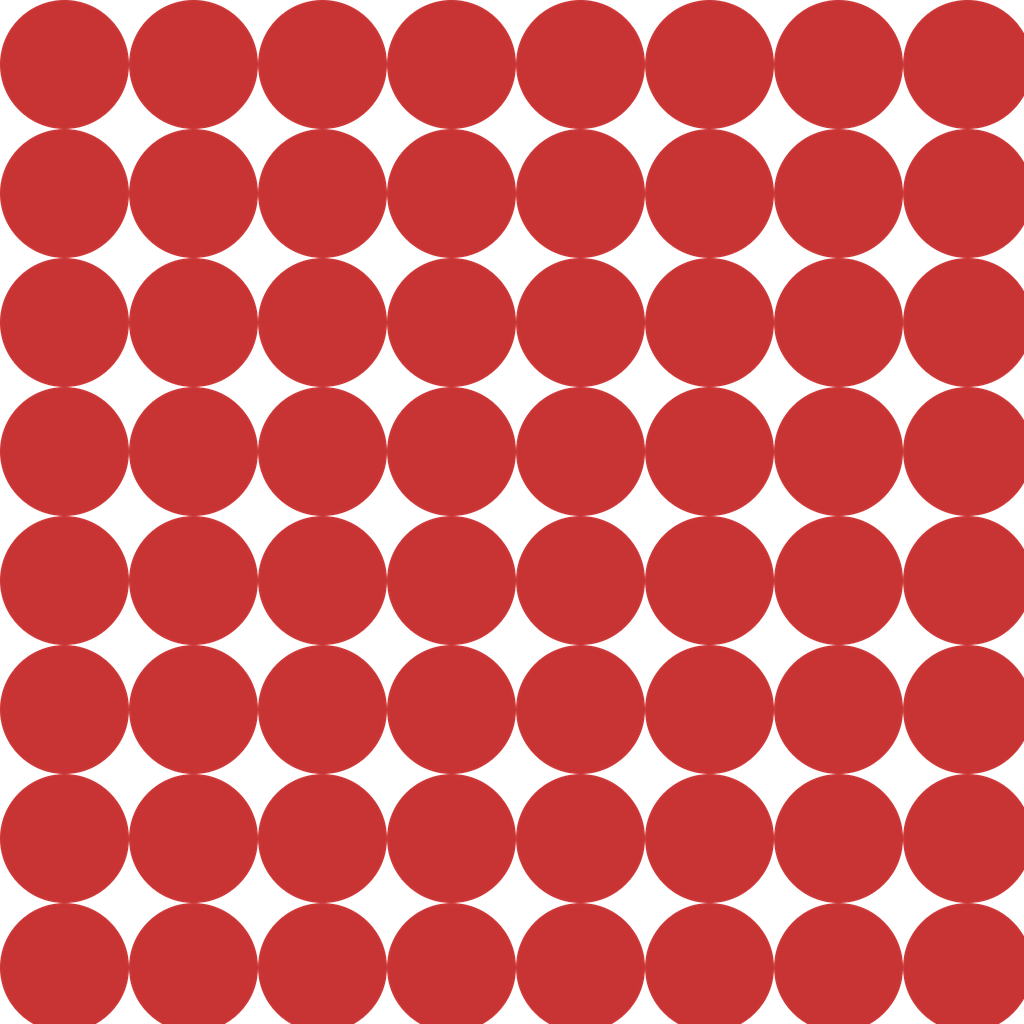
<source format=kicad_pcb>
(kicad_pcb (version 20211014) (generator pcbnew)

  (general
    (thickness 1.6)
  )

  (paper "A4")
  (layers
    (0 "F.Cu" signal)
    (31 "B.Cu" signal)
    (32 "B.Adhes" user "B.Adhesive")
    (33 "F.Adhes" user "F.Adhesive")
    (34 "B.Paste" user)
    (35 "F.Paste" user)
    (36 "B.SilkS" user "B.Silkscreen")
    (37 "F.SilkS" user "F.Silkscreen")
    (38 "B.Mask" user)
    (39 "F.Mask" user)
    (40 "Dwgs.User" user "User.Drawings")
    (41 "Cmts.User" user "User.Comments")
    (42 "Eco1.User" user "User.Eco1")
    (43 "Eco2.User" user "User.Eco2")
    (44 "Edge.Cuts" user)
    (45 "Margin" user)
    (46 "B.CrtYd" user "B.Courtyard")
    (47 "F.CrtYd" user "F.Courtyard")
    (48 "B.Fab" user)
    (49 "F.Fab" user)
    (50 "User.1" user)
    (51 "User.2" user)
    (52 "User.3" user)
    (53 "User.4" user)
    (54 "User.5" user)
    (55 "User.6" user)
    (56 "User.7" user)
    (57 "User.8" user)
    (58 "User.9" user)
  )

  (setup
    (pad_to_mask_clearance 0)
    (pcbplotparams
      (layerselection 0x00010fc_ffffffff)
      (disableapertmacros false)
      (usegerberextensions true)
      (usegerberattributes true)
      (usegerberadvancedattributes true)
      (creategerberjobfile true)
      (svguseinch false)
      (svgprecision 6)
      (excludeedgelayer true)
      (plotframeref false)
      (viasonmask false)
      (mode 1)
      (useauxorigin false)
      (hpglpennumber 1)
      (hpglpenspeed 20)
      (hpglpendiameter 15.000000)
      (dxfpolygonmode true)
      (dxfimperialunits true)
      (dxfusepcbnewfont true)
      (psnegative false)
      (psa4output false)
      (plotreference true)
      (plotvalue true)
      (plotinvisibletext false)
      (sketchpadsonfab false)
      (subtractmaskfromsilk false)
      (outputformat 1)
      (mirror false)
      (drillshape 0)
      (scaleselection 1)
      (outputdirectory "")
    )
  )

  (net 0 "")

  (gr_circle (center 51.6 47.7) (end 51.7 47.7) (layer "F.Cu") (width 0.2) (fill none) (tstamp 04b75106-8d7d-48e6-ae2b-ca4f98924cb4))
  (gr_circle (center 50.8 48.5) (end 50.9 48.5) (layer "F.Cu") (width 0.2) (fill none) (tstamp 070b0340-976b-4974-ba01-f7973267eaea))
  (gr_circle (center 51.6 46.5) (end 51.7 46.5) (layer "F.Cu") (width 0.2) (fill none) (tstamp 08732a30-5b7f-491c-9f7e-c143a39ece72))
  (gr_circle (center 53.6 45.7) (end 53.7 45.7) (layer "F.Cu") (width 0.2) (fill none) (tstamp 09f00905-8f05-42b4-a7fe-d9d187795276))
  (gr_circle (center 53.2 46.1) (end 53.3 46.1) (layer "F.Cu") (width 0.2) (fill none) (tstamp 0a098971-8170-4313-af7d-cc4b35a48563))
  (gr_circle (center 52.8 45.7) (end 52.9 45.7) (layer "F.Cu") (width 0.2) (fill none) (tstamp 0a2dcef2-f4fa-403a-9225-8dae005dca8c))
  (gr_circle (center 52.4 45.7) (end 52.5 45.7) (layer "F.Cu") (width 0.2) (fill none) (tstamp 11677706-5f63-43f7-ad71-df2b977f82fd))
  (gr_circle (center 51.6 47.3) (end 51.7 47.3) (layer "F.Cu") (width 0.2) (fill none) (tstamp 17c2b79c-d7bc-4b6f-ae65-62d9c6c44a17))
  (gr_circle (center 50.8 46.9) (end 50.9 46.9) (layer "F.Cu") (width 0.2) (fill none) (tstamp 1809bff9-7d40-4a06-bcd7-279ae832f60e))
  (gr_circle (center 53.2 47.3) (end 53.3 47.3) (layer "F.Cu") (width 0.2) (fill none) (tstamp 1b9d78c4-3203-44e3-958f-425f2e4ec9ec))
  (gr_circle (center 53.2 46.5) (end 53.3 46.5) (layer "F.Cu") (width 0.2) (fill none) (tstamp 1fa53ba4-9572-4824-9c7a-49a94b999a8e))
  (gr_circle (center 52.4 46.9) (end 52.5 46.9) (layer "F.Cu") (width 0.2) (fill none) (tstamp 27f37be1-f41b-4f91-9608-f709ea51242b))
  (gr_circle (center 52.4 47.3) (end 52.5 47.3) (layer "F.Cu") (width 0.2) (fill none) (tstamp 2a047ba3-1265-48c2-9aba-747f2aba922c))
  (gr_circle (center 52 47.3) (end 52.1 47.3) (layer "F.Cu") (width 0.2) (fill none) (tstamp 2e8a0e7d-b8cb-4d7e-ba29-f94a45314cf7))
  (gr_circle (center 51.6 45.7) (end 51.7 45.7) (layer "F.Cu") (width 0.2) (fill none) (tstamp 30470147-1c1c-474c-b510-0051dbe7652d))
  (gr_circle (center 53.6 48.5) (end 53.7 48.5) (layer "F.Cu") (width 0.2) (fill none) (tstamp 306ab86b-fe51-4cc4-b4d0-913617d0e9a1))
  (gr_circle (center 50.8 47.7) (end 50.9 47.7) (layer "F.Cu") (width 0.2) (fill none) (tstamp 35519fd5-08ff-4fab-91c9-037e2a0c1c90))
  (gr_circle (center 51.2 48.5) (end 51.3 48.5) (layer "F.Cu") (width 0.2) (fill none) (tstamp 37423ebb-da61-4b53-82b9-56249cacb701))
  (gr_circle (center 53.2 48.5) (end 53.3 48.5) (layer "F.Cu") (width 0.2) (fill none) (tstamp 37831b48-f4c4-4a4e-96f6-6caf87351379))
  (gr_circle (center 51.2 46.9) (end 51.3 46.9) (layer "F.Cu") (width 0.2) (fill none) (tstamp 3a6bc91f-e221-4153-93e9-30b371cec447))
  (gr_circle (center 52.8 46.9) (end 52.9 46.9) (layer "F.Cu") (width 0.2) (fill none) (tstamp 3c9fdb2f-ecf9-44d3-83c1-9c763d03af90))
  (gr_circle (center 50.8 46.1) (end 50.9 46.1) (layer "F.Cu") (width 0.2) (fill none) (tstamp 400d7571-a8ac-4b7e-92d6-e056d5d66742))
  (gr_circle (center 52 48.5) (end 52.1 48.5) (layer "F.Cu") (width 0.2) (fill none) (tstamp 457f42c3-5be7-4c16-bf1a-e05a256ab5fe))
  (gr_circle (center 52 45.7) (end 52.1 45.7) (layer "F.Cu") (width 0.2) (fill none) (tstamp 4845d0a5-f5d0-459e-9846-f2e1a3b4cd3d))
  (gr_circle (center 52.8 46.5) (end 52.9 46.5) (layer "F.Cu") (width 0.2) (fill none) (tstamp 511544ba-bbf8-4f33-a977-0fcd63e86ccc))
  (gr_circle (center 52 46.9) (end 52.1 46.9) (layer "F.Cu") (width 0.2) (fill none) (tstamp 53f47836-096c-448f-8c94-f2235e5557d3))
  (gr_circle (center 52.8 48.5) (end 52.9 48.5) (layer "F.Cu") (width 0.2) (fill none) (tstamp 5560282b-6508-4de2-a053-9ca94efbff45))
  (gr_circle (center 53.6 46.9) (end 53.7 46.9) (layer "F.Cu") (width 0.2) (fill none) (tstamp 617527c2-4fe3-4dff-85c0-d07a89eb4c1f))
  (gr_circle (center 51.6 46.9) (end 51.7 46.9) (layer "F.Cu") (width 0.2) (fill none) (tstamp 63a80e7b-5e29-492a-8025-d9ff6addda0f))
  (gr_circle (center 52.4 48.1) (end 52.5 48.1) (layer "F.Cu") (width 0.2) (fill none) (tstamp 672cbe39-a10a-45bc-b930-efeb4d296788))
  (gr_circle (center 50.8 46.5) (end 50.9 46.5) (layer "F.Cu") (width 0.2) (fill none) (tstamp 6ab0df03-3bba-4c66-ae19-73cf336e8ecc))
  (gr_circle (center 52.4 47.7) (end 52.5 47.7) (layer "F.Cu") (width 0.2) (fill none) (tstamp 76d746f4-3f58-4c51-b2a3-c1e775832b8f))
  (gr_circle (center 52.4 46.5) (end 52.5 46.5) (layer "F.Cu") (width 0.2) (fill none) (tstamp 8797612e-14ed-44eb-a090-2a8aad427753))
  (gr_circle (center 53.6 46.5) (end 53.7 46.5) (layer "F.Cu") (width 0.2) (fill none) (tstamp 896232b1-e057-4484-b9cd-53ea18de7753))
  (gr_circle (center 52.4 46.1) (end 52.5 46.1) (layer "F.Cu") (width 0.2) (fill none) (tstamp 8aa3e84c-b0b1-49e2-90db-e20ce910aaf1))
  (gr_circle (center 53.6 47.7) (end 53.7 47.7) (layer "F.Cu") (width 0.2) (fill none) (tstamp 8ba9c3fb-46f6-4875-a664-e313ccfeba0c))
  (gr_circle (center 51.6 48.5) (end 51.7 48.5) (layer "F.Cu") (width 0.2) (fill none) (tstamp 8d170399-f0ef-41c8-b923-0b2c3f069513))
  (gr_circle (center 52 46.5) (end 52.1 46.5) (layer "F.Cu") (width 0.2) (fill none) (tstamp 8e1c7203-9931-4994-8c3c-15dd9e303d95))
  (gr_circle (center 53.2 46.9) (end 53.3 46.9) (layer "F.Cu") (width 0.2) (fill none) (tstamp 9803e1ae-6c0f-483a-b618-d2b73b6bdcd6))
  (gr_circle (center 52 46.1) (end 52.1 46.1) (layer "F.Cu") (width 0.2) (fill none) (tstamp 9b821643-0a09-4ed0-af40-76467a90d5d5))
  (gr_circle (center 52 47.7) (end 52.1 47.7) (layer "F.Cu") (width 0.2) (fill none) (tstamp 9e19b2a4-ed99-43e2-8f47-aa18bac2b22e))
  (gr_circle (center 50.8 47.3) (end 50.9 47.3) (layer "F.Cu") (width 0.2) (fill none) (tstamp a1aad2b7-d537-4ebe-9600-9849a0eda02a))
  (gr_circle (center 52.4 48.5) (end 52.5 48.5) (layer "F.Cu") (width 0.2) (fill none) (tstamp a411903f-4de6-4ee7-aee3-770ddf1a3374))
  (gr_circle (center 50.8 48.1) (end 50.9 48.1) (layer "F.Cu") (width 0.2) (fill none) (tstamp afd0b185-caaf-4f93-99db-f0b618dfdb0d))
  (gr_circle (center 53.2 45.7) (end 53.3 45.7) (layer "F.Cu") (width 0.2) (fill none) (tstamp b097fa98-254e-4992-920b-6c95a164d429))
  (gr_circle (center 52.8 47.3) (end 52.9 47.3) (layer "F.Cu") (width 0.2) (fill none) (tstamp b298629a-6446-4c5e-b89f-d777a2adc734))
  (gr_circle (center 51.2 47.3) (end 51.3 47.3) (layer "F.Cu") (width 0.2) (fill none) (tstamp bb129291-f2e6-46dd-9837-54ea9080eef3))
  (gr_circle (center 52.8 46.1) (end 52.9 46.1) (layer "F.Cu") (width 0.2) (fill none) (tstamp be41e023-52b9-48e7-a71c-a21683b86136))
  (gr_circle (center 53.6 47.3) (end 53.7 47.3) (layer "F.Cu") (width 0.2) (fill none) (tstamp c1dda76a-acc4-4d23-b272-ba16345aa407))
  (gr_circle (center 51.6 46.1) (end 51.7 46.1) (layer "F.Cu") (width 0.2) (fill none) (tstamp c816de12-445c-4fed-ae1c-cdcaa29b5ddb))
  (gr_circle (center 51.2 48.1) (end 51.3 48.1) (layer "F.Cu") (width 0.2) (fill none) (tstamp c9fd13d8-34fc-4eff-b8ce-cde6d5a9c87a))
  (gr_circle (center 53.6 46.1) (end 53.7 46.1) (layer "F.Cu") (width 0.2) (fill none) (tstamp cd7f2d4b-e6d5-40ed-b030-1bb6d0276c1c))
  (gr_circle (center 51.2 46.1) (end 51.3 46.1) (layer "F.Cu") (width 0.2) (fill none) (tstamp d585f400-fdc2-490a-bdcb-33cc0ea85473))
  (gr_circle (center 51.2 47.7) (end 51.3 47.7) (layer "F.Cu") (width 0.2) (fill none) (tstamp da9cac19-080a-44fc-94cf-8e4d6da93cd3))
  (gr_circle (center 51.2 46.5) (end 51.3 46.5) (layer "F.Cu") (width 0.2) (fill none) (tstamp dbac7066-2fdd-4dac-b00e-c1d1e9a2ff24))
  (gr_circle (center 52.8 47.7) (end 52.9 47.7) (layer "F.Cu") (width 0.2) (fill none) (tstamp e1bb8278-8661-48b3-8c4a-2e2543ea53b5))
  (gr_circle (center 51.2 45.7) (end 51.3 45.7) (layer "F.Cu") (width 0.2) (fill none) (tstamp ea392df3-7bcd-432a-9a3e-652caf424282))
  (gr_circle (center 50.8 45.7) (end 50.9 45.7) (layer "F.Cu") (width 0.2) (fill none) (tstamp ebadd2a5-21ab-4a7e-b5bc-6f737367e560))
  (gr_circle (center 51.6 48.1) (end 51.7 48.1) (layer "F.Cu") (width 0.2) (fill none) (tstamp f1bf31f1-be51-4bf7-bd62-4c1691fb964a))
  (gr_circle (center 52.8 48.1) (end 52.9 48.1) (layer "F.Cu") (width 0.2) (fill none) (tstamp f2571a4c-3e67-4916-9c0e-b0974b924c84))
  (gr_circle (center 53.2 47.7) (end 53.3 47.7) (layer "F.Cu") (width 0.2) (fill none) (tstamp f8933443-3eda-49a4-a3dd-e25c75852b5a))
  (gr_circle (center 53.6 48.1) (end 53.7 48.1) (layer "F.Cu") (width 0.2) (fill none) (tstamp f9bb99c7-ccda-4b6c-a116-fa3715af7191))
  (gr_circle (center 53.2 48.1) (end 53.3 48.1) (layer "F.Cu") (width 0.2) (fill none) (tstamp faad28a2-09fa-4ce9-a367-71b6860b94ed))
  (gr_circle (center 52 48.1) (end 52.1 48.1) (layer "F.Cu") (width 0.2) (fill none) (tstamp fd23d600-64d7-41d7-a114-849a5c445d5c))

)

</source>
